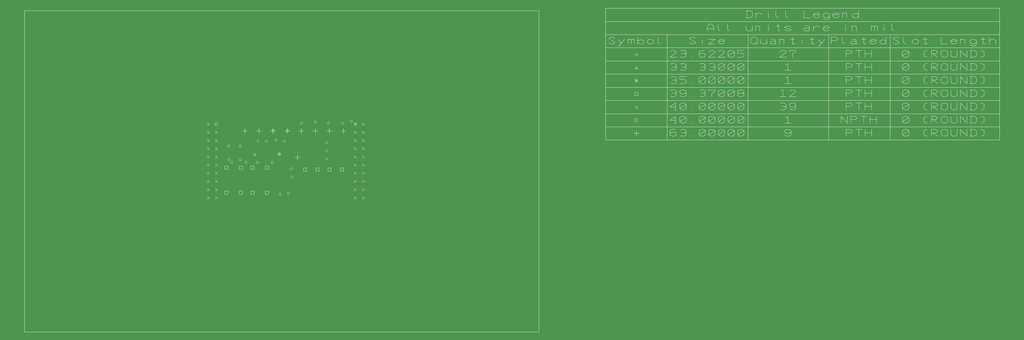
<source format=gbr>
G04 Generated by Ultiboard 13.0 *
%IPNEG*%
%FSLAX25Y25*%
%MOIN*%

%ADD10C,0.00001*%
%ADD11C,0.00394*%
%ADD12C,0.00039*%
%ADD13C,0.00004*%


G04 ColorRGB 000000 for the following layer *
%LNDrill Symbols-Copper Top-Copper Bottom*%
%LPD*%
G54D11*
X338772Y243138D02*
X338772Y249438D01*
X335622Y246288D02*
X341922Y246288D01*
X356009Y243138D02*
X356009Y249438D01*
X352859Y246288D02*
X359159Y246288D01*
X373246Y243138D02*
X373246Y249438D01*
X370096Y246288D02*
X376396Y246288D01*
X390483Y243138D02*
X390483Y249438D01*
X387333Y246288D02*
X393633Y246288D01*
X233586Y245914D02*
X236414Y243086D01*
X233586Y243086D02*
X236414Y245914D01*
X233586Y235914D02*
X236414Y233086D01*
X233586Y233086D02*
X236414Y235914D01*
X233586Y225914D02*
X236414Y223086D01*
X233586Y223086D02*
X236414Y225914D01*
X233586Y215914D02*
X236414Y213086D01*
X233586Y213086D02*
X236414Y215914D01*
X233586Y205914D02*
X236414Y203086D01*
X233586Y203086D02*
X236414Y205914D01*
X233586Y195914D02*
X236414Y193086D01*
X233586Y193086D02*
X236414Y195914D01*
X233586Y185914D02*
X236414Y183086D01*
X233586Y183086D02*
X236414Y185914D01*
X233586Y175914D02*
X236414Y173086D01*
X233586Y173086D02*
X236414Y175914D01*
X233586Y165914D02*
X236414Y163086D01*
X233586Y163086D02*
X236414Y165914D01*
X403586Y245914D02*
X406414Y243086D01*
X403586Y243086D02*
X406414Y245914D01*
X403586Y235914D02*
X406414Y233086D01*
X403586Y233086D02*
X406414Y235914D01*
X403586Y225914D02*
X406414Y223086D01*
X403586Y223086D02*
X406414Y225914D01*
X403586Y215914D02*
X406414Y213086D01*
X403586Y213086D02*
X406414Y215914D01*
X403586Y205914D02*
X406414Y203086D01*
X403586Y203086D02*
X406414Y205914D01*
X403586Y195914D02*
X406414Y193086D01*
X403586Y193086D02*
X406414Y195914D01*
X403586Y185914D02*
X406414Y183086D01*
X403586Y183086D02*
X406414Y185914D01*
X403586Y175914D02*
X406414Y173086D01*
X403586Y173086D02*
X406414Y175914D01*
X403586Y165914D02*
X406414Y163086D01*
X403586Y163086D02*
X406414Y165914D01*
X403586Y255914D02*
X406414Y253086D01*
X403586Y253086D02*
X406414Y255914D01*
X223586Y245914D02*
X226414Y243086D01*
X223586Y243086D02*
X226414Y245914D01*
X223586Y235914D02*
X226414Y233086D01*
X223586Y233086D02*
X226414Y235914D01*
X223586Y165914D02*
X226414Y163086D01*
X223586Y163086D02*
X226414Y165914D01*
X223586Y175914D02*
X226414Y173086D01*
X223586Y173086D02*
X226414Y175914D01*
X223586Y185914D02*
X226414Y183086D01*
X223586Y183086D02*
X226414Y185914D01*
X223586Y195914D02*
X226414Y193086D01*
X223586Y193086D02*
X226414Y195914D01*
X223586Y205914D02*
X226414Y203086D01*
X223586Y203086D02*
X226414Y205914D01*
X223586Y215914D02*
X226414Y213086D01*
X223586Y213086D02*
X226414Y215914D01*
X223586Y225914D02*
X226414Y223086D01*
X223586Y223086D02*
X226414Y225914D01*
X413586Y255914D02*
X416414Y253086D01*
X413586Y253086D02*
X416414Y255914D01*
X413586Y245914D02*
X416414Y243086D01*
X413586Y243086D02*
X416414Y245914D01*
X413586Y235914D02*
X416414Y233086D01*
X413586Y233086D02*
X416414Y235914D01*
X413586Y225914D02*
X416414Y223086D01*
X413586Y223086D02*
X416414Y225914D01*
X413586Y215914D02*
X416414Y213086D01*
X413586Y213086D02*
X416414Y215914D01*
X413586Y205914D02*
X416414Y203086D01*
X413586Y203086D02*
X416414Y205914D01*
X413586Y195914D02*
X416414Y193086D01*
X413586Y193086D02*
X416414Y195914D01*
X413586Y185914D02*
X416414Y183086D01*
X413586Y183086D02*
X416414Y185914D01*
X413586Y175914D02*
X416414Y173086D01*
X413586Y173086D02*
X416414Y175914D01*
X413586Y165914D02*
X416414Y163086D01*
X413586Y163086D02*
X416414Y165914D01*
X223586Y255914D02*
X226414Y253086D01*
X223586Y253086D02*
X226414Y255914D01*
X233000Y254500D02*
G75*
D01*
G02X233000Y254500I2000J0*
G01*
X269824Y243138D02*
X269824Y249438D01*
X266674Y246288D02*
X272974Y246288D01*
X245173Y168677D02*
X249110Y168677D01*
X249110Y172614D01*
X245173Y172614D01*
X245173Y168677D01*
X262890Y168677D02*
X266827Y168677D01*
X266827Y172614D01*
X262890Y172614D01*
X262890Y168677D01*
X245173Y199386D02*
X249110Y199386D01*
X249110Y203323D01*
X245173Y203323D01*
X245173Y199386D01*
X262890Y199386D02*
X266827Y199386D01*
X266827Y203323D01*
X262890Y203323D01*
X262890Y199386D01*
X294890Y199386D02*
X298827Y199386D01*
X298827Y203323D01*
X294890Y203323D01*
X294890Y199386D01*
X277173Y199386D02*
X281110Y199386D01*
X281110Y203323D01*
X277173Y203323D01*
X277173Y199386D01*
X294890Y168677D02*
X298827Y168677D01*
X298827Y172614D01*
X294890Y172614D01*
X294890Y168677D01*
X277173Y168677D02*
X281110Y168677D01*
X281110Y172614D01*
X277173Y172614D01*
X277173Y168677D01*
X386531Y196992D02*
X390469Y196992D01*
X390469Y200929D01*
X386531Y200929D01*
X386531Y196992D01*
X371531Y196992D02*
X375469Y196992D01*
X375469Y200929D01*
X371531Y200929D01*
X371531Y196992D01*
X356531Y196992D02*
X360469Y196992D01*
X360469Y200929D01*
X356531Y200929D01*
X356531Y196992D01*
X341531Y196992D02*
X345469Y196992D01*
X345469Y200929D01*
X341531Y200929D01*
X341531Y196992D01*
X287061Y243138D02*
X287061Y249438D01*
X283911Y246288D02*
X290211Y246288D01*
X321535Y243138D02*
X321535Y249438D01*
X318385Y246288D02*
X324685Y246288D01*
X304298Y243138D02*
X304298Y249438D01*
X301148Y246288D02*
X307448Y246288D01*
X334000Y210850D02*
X334000Y217150D01*
X330850Y214000D02*
X337150Y214000D01*
X749228Y240173D02*
X749228Y246473D01*
X746078Y243323D02*
X752378Y243323D01*
X796866Y248385D02*
X792929Y248385D01*
X790304Y246697D01*
X790304Y243323D01*
X790304Y241636D01*
X792929Y239948D01*
X795554Y239948D01*
X798178Y241636D01*
X798178Y243323D01*
X795554Y245010D01*
X792929Y245010D01*
X790304Y243323D01*
X803428Y247541D02*
X804740Y248385D01*
X807365Y248385D01*
X809990Y246697D01*
X809990Y245010D01*
X808677Y244166D01*
X809990Y243323D01*
X809990Y241636D01*
X807365Y239948D01*
X804740Y239948D01*
X803428Y240792D01*
X804740Y244166D02*
X808677Y244166D01*
X817864Y239948D02*
X817864Y240792D01*
X825738Y246697D02*
X828362Y248385D01*
X830987Y248385D01*
X833612Y246697D01*
X833612Y241636D01*
X830987Y239948D01*
X828362Y239948D01*
X825738Y241636D01*
X825738Y246697D01*
X833612Y246697D02*
X825738Y241636D01*
X837549Y246697D02*
X840173Y248385D01*
X842798Y248385D01*
X845423Y246697D01*
X845423Y241636D01*
X842798Y239948D01*
X840173Y239948D01*
X837549Y241636D01*
X837549Y246697D01*
X845423Y246697D02*
X837549Y241636D01*
X849360Y246697D02*
X851984Y248385D01*
X854609Y248385D01*
X857234Y246697D01*
X857234Y241636D01*
X854609Y239948D01*
X851984Y239948D01*
X849360Y241636D01*
X849360Y246697D01*
X857234Y246697D02*
X849360Y241636D01*
X861171Y246697D02*
X863795Y248385D01*
X866420Y248385D01*
X869045Y246697D01*
X869045Y241636D01*
X866420Y239948D01*
X863795Y239948D01*
X861171Y241636D01*
X861171Y246697D01*
X869045Y246697D02*
X861171Y241636D01*
X872982Y246697D02*
X875606Y248385D01*
X878231Y248385D01*
X880856Y246697D01*
X880856Y241636D01*
X878231Y239948D01*
X875606Y239948D01*
X872982Y241636D01*
X872982Y246697D01*
X880856Y246697D02*
X872982Y241636D01*
X930462Y241636D02*
X933087Y239948D01*
X935711Y239948D01*
X938336Y241636D01*
X938336Y245010D01*
X938336Y246697D01*
X935711Y248385D01*
X933087Y248385D01*
X930462Y246697D01*
X930462Y245010D01*
X933087Y243323D01*
X935711Y243323D01*
X938336Y245010D01*
X1005659Y239948D02*
X1005659Y248385D01*
X1010908Y248385D01*
X1013533Y246697D01*
X1013533Y245854D01*
X1010908Y244166D01*
X1005659Y244166D01*
X1021407Y239948D02*
X1021407Y248385D01*
X1017470Y248385D02*
X1025344Y248385D01*
X1029281Y239948D02*
X1029281Y248385D01*
X1037155Y239948D02*
X1037155Y248385D01*
X1029281Y244166D02*
X1037155Y244166D01*
X1074950Y246697D02*
X1077575Y248385D01*
X1080199Y248385D01*
X1082824Y246697D01*
X1082824Y241636D01*
X1080199Y239948D01*
X1077575Y239948D01*
X1074950Y241636D01*
X1074950Y246697D01*
X1082824Y246697D02*
X1074950Y241636D01*
X1105134Y239948D02*
X1103822Y239948D01*
X1101197Y241636D01*
X1101197Y246697D01*
X1103822Y248385D01*
X1105134Y248385D01*
X1110383Y239948D02*
X1110383Y248385D01*
X1115633Y248385D01*
X1118257Y246697D01*
X1118257Y245854D01*
X1115633Y244166D01*
X1110383Y244166D01*
X1111696Y244166D02*
X1118257Y239948D01*
X1122194Y241636D02*
X1124819Y239948D01*
X1127444Y239948D01*
X1130068Y241636D01*
X1130068Y246697D01*
X1127444Y248385D01*
X1124819Y248385D01*
X1122194Y246697D01*
X1122194Y241636D01*
X1134005Y248385D02*
X1134005Y241636D01*
X1136630Y239948D01*
X1139255Y239948D01*
X1141879Y241636D01*
X1141879Y248385D01*
X1145816Y239948D02*
X1145816Y248385D01*
X1153690Y239948D01*
X1153690Y248385D01*
X1157627Y239948D02*
X1162877Y239948D01*
X1165501Y241636D01*
X1165501Y246697D01*
X1162877Y248385D01*
X1157627Y248385D01*
X1158940Y248385D02*
X1158940Y239948D01*
X1170751Y248385D02*
X1172063Y248385D01*
X1174688Y246697D01*
X1174688Y241636D01*
X1172063Y239948D01*
X1170751Y239948D01*
X747228Y259465D02*
G75*
D01*
G02X747228Y259465I2000J0*
G01*
X798178Y259465D02*
X790304Y259465D01*
X796866Y264526D01*
X796866Y256090D01*
X795554Y256090D02*
X798178Y256090D01*
X802115Y262839D02*
X804740Y264526D01*
X807365Y264526D01*
X809990Y262839D01*
X809990Y257777D01*
X807365Y256090D01*
X804740Y256090D01*
X802115Y257777D01*
X802115Y262839D01*
X809990Y262839D02*
X802115Y257777D01*
X817864Y256090D02*
X817864Y256934D01*
X825738Y262839D02*
X828362Y264526D01*
X830987Y264526D01*
X833612Y262839D01*
X833612Y257777D01*
X830987Y256090D01*
X828362Y256090D01*
X825738Y257777D01*
X825738Y262839D01*
X833612Y262839D02*
X825738Y257777D01*
X837549Y262839D02*
X840173Y264526D01*
X842798Y264526D01*
X845423Y262839D01*
X845423Y257777D01*
X842798Y256090D01*
X840173Y256090D01*
X837549Y257777D01*
X837549Y262839D01*
X845423Y262839D02*
X837549Y257777D01*
X849360Y262839D02*
X851984Y264526D01*
X854609Y264526D01*
X857234Y262839D01*
X857234Y257777D01*
X854609Y256090D01*
X851984Y256090D01*
X849360Y257777D01*
X849360Y262839D01*
X857234Y262839D02*
X849360Y257777D01*
X861171Y262839D02*
X863795Y264526D01*
X866420Y264526D01*
X869045Y262839D01*
X869045Y257777D01*
X866420Y256090D01*
X863795Y256090D01*
X861171Y257777D01*
X861171Y262839D01*
X869045Y262839D02*
X861171Y257777D01*
X872982Y262839D02*
X875606Y264526D01*
X878231Y264526D01*
X880856Y262839D01*
X880856Y257777D01*
X878231Y256090D01*
X875606Y256090D01*
X872982Y257777D01*
X872982Y262839D01*
X880856Y262839D02*
X872982Y257777D01*
X931774Y262839D02*
X934399Y264526D01*
X934399Y256090D01*
X930462Y256090D02*
X938336Y256090D01*
X999753Y256090D02*
X999753Y264526D01*
X1007627Y256090D01*
X1007627Y264526D01*
X1011564Y256090D02*
X1011564Y264526D01*
X1016814Y264526D01*
X1019438Y262839D01*
X1019438Y261996D01*
X1016814Y260308D01*
X1011564Y260308D01*
X1027312Y256090D02*
X1027312Y264526D01*
X1023375Y264526D02*
X1031249Y264526D01*
X1035186Y256090D02*
X1035186Y264526D01*
X1043060Y256090D02*
X1043060Y264526D01*
X1035186Y260308D02*
X1043060Y260308D01*
X1074950Y262839D02*
X1077575Y264526D01*
X1080199Y264526D01*
X1082824Y262839D01*
X1082824Y257777D01*
X1080199Y256090D01*
X1077575Y256090D01*
X1074950Y257777D01*
X1074950Y262839D01*
X1082824Y262839D02*
X1074950Y257777D01*
X1105134Y256090D02*
X1103822Y256090D01*
X1101197Y257777D01*
X1101197Y262839D01*
X1103822Y264526D01*
X1105134Y264526D01*
X1110383Y256090D02*
X1110383Y264526D01*
X1115633Y264526D01*
X1118257Y262839D01*
X1118257Y261996D01*
X1115633Y260308D01*
X1110383Y260308D01*
X1111696Y260308D02*
X1118257Y256090D01*
X1122194Y257777D02*
X1124819Y256090D01*
X1127444Y256090D01*
X1130068Y257777D01*
X1130068Y262839D01*
X1127444Y264526D01*
X1124819Y264526D01*
X1122194Y262839D01*
X1122194Y257777D01*
X1134005Y264526D02*
X1134005Y257777D01*
X1136630Y256090D01*
X1139255Y256090D01*
X1141879Y257777D01*
X1141879Y264526D01*
X1145816Y256090D02*
X1145816Y264526D01*
X1153690Y256090D01*
X1153690Y264526D01*
X1157627Y256090D02*
X1162877Y256090D01*
X1165501Y257777D01*
X1165501Y262839D01*
X1162877Y264526D01*
X1157627Y264526D01*
X1158940Y264526D02*
X1158940Y256090D01*
X1170751Y264526D02*
X1172063Y264526D01*
X1174688Y262839D01*
X1174688Y257777D01*
X1172063Y256090D01*
X1170751Y256090D01*
X747814Y277021D02*
X750643Y274192D01*
X747814Y274192D02*
X750643Y277021D01*
X798178Y275606D02*
X790304Y275606D01*
X796866Y280668D01*
X796866Y272232D01*
X795554Y272232D02*
X798178Y272232D01*
X802115Y278981D02*
X804740Y280668D01*
X807365Y280668D01*
X809990Y278981D01*
X809990Y273919D01*
X807365Y272232D01*
X804740Y272232D01*
X802115Y273919D01*
X802115Y278981D01*
X809990Y278981D02*
X802115Y273919D01*
X817864Y272232D02*
X817864Y273075D01*
X825738Y278981D02*
X828362Y280668D01*
X830987Y280668D01*
X833612Y278981D01*
X833612Y273919D01*
X830987Y272232D01*
X828362Y272232D01*
X825738Y273919D01*
X825738Y278981D01*
X833612Y278981D02*
X825738Y273919D01*
X837549Y278981D02*
X840173Y280668D01*
X842798Y280668D01*
X845423Y278981D01*
X845423Y273919D01*
X842798Y272232D01*
X840173Y272232D01*
X837549Y273919D01*
X837549Y278981D01*
X845423Y278981D02*
X837549Y273919D01*
X849360Y278981D02*
X851984Y280668D01*
X854609Y280668D01*
X857234Y278981D01*
X857234Y273919D01*
X854609Y272232D01*
X851984Y272232D01*
X849360Y273919D01*
X849360Y278981D01*
X857234Y278981D02*
X849360Y273919D01*
X861171Y278981D02*
X863795Y280668D01*
X866420Y280668D01*
X869045Y278981D01*
X869045Y273919D01*
X866420Y272232D01*
X863795Y272232D01*
X861171Y273919D01*
X861171Y278981D01*
X869045Y278981D02*
X861171Y273919D01*
X872982Y278981D02*
X875606Y280668D01*
X878231Y280668D01*
X880856Y278981D01*
X880856Y273919D01*
X878231Y272232D01*
X875606Y272232D01*
X872982Y273919D01*
X872982Y278981D01*
X880856Y278981D02*
X872982Y273919D01*
X925869Y279825D02*
X927181Y280668D01*
X929806Y280668D01*
X932430Y278981D01*
X932430Y277294D01*
X931118Y276450D01*
X932430Y275606D01*
X932430Y273919D01*
X929806Y272232D01*
X927181Y272232D01*
X925869Y273075D01*
X927181Y276450D02*
X931118Y276450D01*
X936367Y273919D02*
X938992Y272232D01*
X941617Y272232D01*
X944241Y273919D01*
X944241Y277294D01*
X944241Y278981D01*
X941617Y280668D01*
X938992Y280668D01*
X936367Y278981D01*
X936367Y277294D01*
X938992Y275606D01*
X941617Y275606D01*
X944241Y277294D01*
X1005659Y272232D02*
X1005659Y280668D01*
X1010908Y280668D01*
X1013533Y278981D01*
X1013533Y278137D01*
X1010908Y276450D01*
X1005659Y276450D01*
X1021407Y272232D02*
X1021407Y280668D01*
X1017470Y280668D02*
X1025344Y280668D01*
X1029281Y272232D02*
X1029281Y280668D01*
X1037155Y272232D02*
X1037155Y280668D01*
X1029281Y276450D02*
X1037155Y276450D01*
X1074950Y278981D02*
X1077575Y280668D01*
X1080199Y280668D01*
X1082824Y278981D01*
X1082824Y273919D01*
X1080199Y272232D01*
X1077575Y272232D01*
X1074950Y273919D01*
X1074950Y278981D01*
X1082824Y278981D02*
X1074950Y273919D01*
X1105134Y272232D02*
X1103822Y272232D01*
X1101197Y273919D01*
X1101197Y278981D01*
X1103822Y280668D01*
X1105134Y280668D01*
X1110383Y272232D02*
X1110383Y280668D01*
X1115633Y280668D01*
X1118257Y278981D01*
X1118257Y278137D01*
X1115633Y276450D01*
X1110383Y276450D01*
X1111696Y276450D02*
X1118257Y272232D01*
X1122194Y273919D02*
X1124819Y272232D01*
X1127444Y272232D01*
X1130068Y273919D01*
X1130068Y278981D01*
X1127444Y280668D01*
X1124819Y280668D01*
X1122194Y278981D01*
X1122194Y273919D01*
X1134005Y280668D02*
X1134005Y273919D01*
X1136630Y272232D01*
X1139255Y272232D01*
X1141879Y273919D01*
X1141879Y280668D01*
X1145816Y272232D02*
X1145816Y280668D01*
X1153690Y272232D01*
X1153690Y280668D01*
X1157627Y272232D02*
X1162877Y272232D01*
X1165501Y273919D01*
X1165501Y278981D01*
X1162877Y280668D01*
X1157627Y280668D01*
X1158940Y280668D02*
X1158940Y272232D01*
X1170751Y280668D02*
X1172063Y280668D01*
X1174688Y278981D01*
X1174688Y273919D01*
X1172063Y272232D01*
X1170751Y272232D01*
X747260Y289780D02*
X751197Y289780D01*
X751197Y293717D01*
X747260Y293717D01*
X747260Y289780D01*
X791617Y295966D02*
X792929Y296810D01*
X795554Y296810D01*
X798178Y295123D01*
X798178Y293435D01*
X796866Y292592D01*
X798178Y291748D01*
X798178Y290061D01*
X795554Y288373D01*
X792929Y288373D01*
X791617Y289217D01*
X792929Y292592D02*
X796866Y292592D01*
X802115Y290061D02*
X804740Y288373D01*
X807365Y288373D01*
X809990Y290061D01*
X809990Y293435D01*
X809990Y295123D01*
X807365Y296810D01*
X804740Y296810D01*
X802115Y295123D01*
X802115Y293435D01*
X804740Y291748D01*
X807365Y291748D01*
X809990Y293435D01*
X817864Y288373D02*
X817864Y289217D01*
X827050Y295966D02*
X828362Y296810D01*
X830987Y296810D01*
X833612Y295123D01*
X833612Y293435D01*
X832299Y292592D01*
X833612Y291748D01*
X833612Y290061D01*
X830987Y288373D01*
X828362Y288373D01*
X827050Y289217D01*
X828362Y292592D02*
X832299Y292592D01*
X841486Y288373D02*
X841486Y292592D01*
X845423Y295123D01*
X845423Y296810D01*
X837549Y296810D01*
X837549Y295123D01*
X849360Y295123D02*
X851984Y296810D01*
X854609Y296810D01*
X857234Y295123D01*
X857234Y290061D01*
X854609Y288373D01*
X851984Y288373D01*
X849360Y290061D01*
X849360Y295123D01*
X857234Y295123D02*
X849360Y290061D01*
X861171Y295123D02*
X863795Y296810D01*
X866420Y296810D01*
X869045Y295123D01*
X869045Y290061D01*
X866420Y288373D01*
X863795Y288373D01*
X861171Y290061D01*
X861171Y295123D01*
X869045Y295123D02*
X861171Y290061D01*
X878231Y288373D02*
X875606Y288373D01*
X872982Y290061D01*
X872982Y291748D01*
X874294Y292592D01*
X872982Y293435D01*
X872982Y295123D01*
X875606Y296810D01*
X878231Y296810D01*
X880856Y295123D01*
X880856Y293435D01*
X879543Y292592D01*
X880856Y291748D01*
X880856Y290061D01*
X878231Y288373D01*
X874294Y292592D02*
X879543Y292592D01*
X925869Y295123D02*
X928493Y296810D01*
X928493Y288373D01*
X924556Y288373D02*
X932430Y288373D01*
X936367Y295123D02*
X938992Y296810D01*
X941617Y296810D01*
X944241Y295123D01*
X944241Y294279D01*
X936367Y288373D01*
X944241Y288373D01*
X944241Y289217D01*
X1005659Y288373D02*
X1005659Y296810D01*
X1010908Y296810D01*
X1013533Y295123D01*
X1013533Y294279D01*
X1010908Y292592D01*
X1005659Y292592D01*
X1021407Y288373D02*
X1021407Y296810D01*
X1017470Y296810D02*
X1025344Y296810D01*
X1029281Y288373D02*
X1029281Y296810D01*
X1037155Y288373D02*
X1037155Y296810D01*
X1029281Y292592D02*
X1037155Y292592D01*
X1074950Y295123D02*
X1077575Y296810D01*
X1080199Y296810D01*
X1082824Y295123D01*
X1082824Y290061D01*
X1080199Y288373D01*
X1077575Y288373D01*
X1074950Y290061D01*
X1074950Y295123D01*
X1082824Y295123D02*
X1074950Y290061D01*
X1105134Y288373D02*
X1103822Y288373D01*
X1101197Y290061D01*
X1101197Y295123D01*
X1103822Y296810D01*
X1105134Y296810D01*
X1110383Y288373D02*
X1110383Y296810D01*
X1115633Y296810D01*
X1118257Y295123D01*
X1118257Y294279D01*
X1115633Y292592D01*
X1110383Y292592D01*
X1111696Y292592D02*
X1118257Y288373D01*
X1122194Y290061D02*
X1124819Y288373D01*
X1127444Y288373D01*
X1130068Y290061D01*
X1130068Y295123D01*
X1127444Y296810D01*
X1124819Y296810D01*
X1122194Y295123D01*
X1122194Y290061D01*
X1134005Y296810D02*
X1134005Y290061D01*
X1136630Y288373D01*
X1139255Y288373D01*
X1141879Y290061D01*
X1141879Y296810D01*
X1145816Y288373D02*
X1145816Y296810D01*
X1153690Y288373D01*
X1153690Y296810D01*
X1157627Y288373D02*
X1162877Y288373D01*
X1165501Y290061D01*
X1165501Y295123D01*
X1162877Y296810D01*
X1157627Y296810D01*
X1158940Y296810D02*
X1158940Y288373D01*
X1170751Y296810D02*
X1172063Y296810D01*
X1174688Y295123D01*
X1174688Y290061D01*
X1172063Y288373D01*
X1170751Y288373D01*
X791617Y312108D02*
X792929Y312952D01*
X795554Y312952D01*
X798178Y311264D01*
X798178Y309577D01*
X796866Y308733D01*
X798178Y307890D01*
X798178Y306202D01*
X795554Y304515D01*
X792929Y304515D01*
X791617Y305359D01*
X792929Y308733D02*
X796866Y308733D01*
X809990Y312952D02*
X802115Y312952D01*
X802115Y309577D01*
X807365Y309577D01*
X809990Y307890D01*
X809990Y306202D01*
X807365Y304515D01*
X802115Y304515D01*
X817864Y304515D02*
X817864Y305359D01*
X825738Y311264D02*
X828362Y312952D01*
X830987Y312952D01*
X833612Y311264D01*
X833612Y306202D01*
X830987Y304515D01*
X828362Y304515D01*
X825738Y306202D01*
X825738Y311264D01*
X833612Y311264D02*
X825738Y306202D01*
X837549Y311264D02*
X840173Y312952D01*
X842798Y312952D01*
X845423Y311264D01*
X845423Y306202D01*
X842798Y304515D01*
X840173Y304515D01*
X837549Y306202D01*
X837549Y311264D01*
X845423Y311264D02*
X837549Y306202D01*
X849360Y311264D02*
X851984Y312952D01*
X854609Y312952D01*
X857234Y311264D01*
X857234Y306202D01*
X854609Y304515D01*
X851984Y304515D01*
X849360Y306202D01*
X849360Y311264D01*
X857234Y311264D02*
X849360Y306202D01*
X861171Y311264D02*
X863795Y312952D01*
X866420Y312952D01*
X869045Y311264D01*
X869045Y306202D01*
X866420Y304515D01*
X863795Y304515D01*
X861171Y306202D01*
X861171Y311264D01*
X869045Y311264D02*
X861171Y306202D01*
X872982Y311264D02*
X875606Y312952D01*
X878231Y312952D01*
X880856Y311264D01*
X880856Y306202D01*
X878231Y304515D01*
X875606Y304515D01*
X872982Y306202D01*
X872982Y311264D01*
X880856Y311264D02*
X872982Y306202D01*
X931774Y311264D02*
X934399Y312952D01*
X934399Y304515D01*
X930462Y304515D02*
X938336Y304515D01*
X1005659Y304515D02*
X1005659Y312952D01*
X1010908Y312952D01*
X1013533Y311264D01*
X1013533Y310421D01*
X1010908Y308733D01*
X1005659Y308733D01*
X1021407Y304515D02*
X1021407Y312952D01*
X1017470Y312952D02*
X1025344Y312952D01*
X1029281Y304515D02*
X1029281Y312952D01*
X1037155Y304515D02*
X1037155Y312952D01*
X1029281Y308733D02*
X1037155Y308733D01*
X1074950Y311264D02*
X1077575Y312952D01*
X1080199Y312952D01*
X1082824Y311264D01*
X1082824Y306202D01*
X1080199Y304515D01*
X1077575Y304515D01*
X1074950Y306202D01*
X1074950Y311264D01*
X1082824Y311264D02*
X1074950Y306202D01*
X1105134Y304515D02*
X1103822Y304515D01*
X1101197Y306202D01*
X1101197Y311264D01*
X1103822Y312952D01*
X1105134Y312952D01*
X1110383Y304515D02*
X1110383Y312952D01*
X1115633Y312952D01*
X1118257Y311264D01*
X1118257Y310421D01*
X1115633Y308733D01*
X1110383Y308733D01*
X1111696Y308733D02*
X1118257Y304515D01*
X1122194Y306202D02*
X1124819Y304515D01*
X1127444Y304515D01*
X1130068Y306202D01*
X1130068Y311264D01*
X1127444Y312952D01*
X1124819Y312952D01*
X1122194Y311264D01*
X1122194Y306202D01*
X1134005Y312952D02*
X1134005Y306202D01*
X1136630Y304515D01*
X1139255Y304515D01*
X1141879Y306202D01*
X1141879Y312952D01*
X1145816Y304515D02*
X1145816Y312952D01*
X1153690Y304515D01*
X1153690Y312952D01*
X1157627Y304515D02*
X1162877Y304515D01*
X1165501Y306202D01*
X1165501Y311264D01*
X1162877Y312952D01*
X1157627Y312952D01*
X1158940Y312952D02*
X1158940Y304515D01*
X1170751Y312952D02*
X1172063Y312952D01*
X1174688Y311264D01*
X1174688Y306202D01*
X1172063Y304515D01*
X1170751Y304515D01*
X791617Y328250D02*
X792929Y329093D01*
X795554Y329093D01*
X798178Y327406D01*
X798178Y325719D01*
X796866Y324875D01*
X798178Y324031D01*
X798178Y322344D01*
X795554Y320657D01*
X792929Y320657D01*
X791617Y321501D01*
X792929Y324875D02*
X796866Y324875D01*
X803428Y328250D02*
X804740Y329093D01*
X807365Y329093D01*
X809990Y327406D01*
X809990Y325719D01*
X808677Y324875D01*
X809990Y324031D01*
X809990Y322344D01*
X807365Y320657D01*
X804740Y320657D01*
X803428Y321501D01*
X804740Y324875D02*
X808677Y324875D01*
X817864Y320657D02*
X817864Y321501D01*
X827050Y328250D02*
X828362Y329093D01*
X830987Y329093D01*
X833612Y327406D01*
X833612Y325719D01*
X832299Y324875D01*
X833612Y324031D01*
X833612Y322344D01*
X830987Y320657D01*
X828362Y320657D01*
X827050Y321501D01*
X828362Y324875D02*
X832299Y324875D01*
X838861Y328250D02*
X840173Y329093D01*
X842798Y329093D01*
X845423Y327406D01*
X845423Y325719D01*
X844110Y324875D01*
X845423Y324031D01*
X845423Y322344D01*
X842798Y320657D01*
X840173Y320657D01*
X838861Y321501D01*
X840173Y324875D02*
X844110Y324875D01*
X849360Y327406D02*
X851984Y329093D01*
X854609Y329093D01*
X857234Y327406D01*
X857234Y322344D01*
X854609Y320657D01*
X851984Y320657D01*
X849360Y322344D01*
X849360Y327406D01*
X857234Y327406D02*
X849360Y322344D01*
X861171Y327406D02*
X863795Y329093D01*
X866420Y329093D01*
X869045Y327406D01*
X869045Y322344D01*
X866420Y320657D01*
X863795Y320657D01*
X861171Y322344D01*
X861171Y327406D01*
X869045Y327406D02*
X861171Y322344D01*
X872982Y327406D02*
X875606Y329093D01*
X878231Y329093D01*
X880856Y327406D01*
X880856Y322344D01*
X878231Y320657D01*
X875606Y320657D01*
X872982Y322344D01*
X872982Y327406D01*
X880856Y327406D02*
X872982Y322344D01*
X931774Y327406D02*
X934399Y329093D01*
X934399Y320657D01*
X930462Y320657D02*
X938336Y320657D01*
X1005659Y320657D02*
X1005659Y329093D01*
X1010908Y329093D01*
X1013533Y327406D01*
X1013533Y326562D01*
X1010908Y324875D01*
X1005659Y324875D01*
X1021407Y320657D02*
X1021407Y329093D01*
X1017470Y329093D02*
X1025344Y329093D01*
X1029281Y320657D02*
X1029281Y329093D01*
X1037155Y320657D02*
X1037155Y329093D01*
X1029281Y324875D02*
X1037155Y324875D01*
X1074950Y327406D02*
X1077575Y329093D01*
X1080199Y329093D01*
X1082824Y327406D01*
X1082824Y322344D01*
X1080199Y320657D01*
X1077575Y320657D01*
X1074950Y322344D01*
X1074950Y327406D01*
X1082824Y327406D02*
X1074950Y322344D01*
X1105134Y320657D02*
X1103822Y320657D01*
X1101197Y322344D01*
X1101197Y327406D01*
X1103822Y329093D01*
X1105134Y329093D01*
X1110383Y320657D02*
X1110383Y329093D01*
X1115633Y329093D01*
X1118257Y327406D01*
X1118257Y326562D01*
X1115633Y324875D01*
X1110383Y324875D01*
X1111696Y324875D02*
X1118257Y320657D01*
X1122194Y322344D02*
X1124819Y320657D01*
X1127444Y320657D01*
X1130068Y322344D01*
X1130068Y327406D01*
X1127444Y329093D01*
X1124819Y329093D01*
X1122194Y327406D01*
X1122194Y322344D01*
X1134005Y329093D02*
X1134005Y322344D01*
X1136630Y320657D01*
X1139255Y320657D01*
X1141879Y322344D01*
X1141879Y329093D01*
X1145816Y320657D02*
X1145816Y329093D01*
X1153690Y320657D01*
X1153690Y329093D01*
X1157627Y320657D02*
X1162877Y320657D01*
X1165501Y322344D01*
X1165501Y327406D01*
X1162877Y329093D01*
X1157627Y329093D01*
X1158940Y329093D02*
X1158940Y320657D01*
X1170751Y329093D02*
X1172063Y329093D01*
X1174688Y327406D01*
X1174688Y322344D01*
X1172063Y320657D01*
X1170751Y320657D01*
X790304Y343548D02*
X792929Y345235D01*
X795554Y345235D01*
X798178Y343548D01*
X798178Y342704D01*
X790304Y336799D01*
X798178Y336799D01*
X798178Y337642D01*
X803428Y344391D02*
X804740Y345235D01*
X807365Y345235D01*
X809990Y343548D01*
X809990Y341861D01*
X808677Y341017D01*
X809990Y340173D01*
X809990Y338486D01*
X807365Y336799D01*
X804740Y336799D01*
X803428Y337642D01*
X804740Y341017D02*
X808677Y341017D01*
X817864Y336799D02*
X817864Y337642D01*
X832299Y345235D02*
X828362Y345235D01*
X825738Y343548D01*
X825738Y340173D01*
X825738Y338486D01*
X828362Y336799D01*
X830987Y336799D01*
X833612Y338486D01*
X833612Y340173D01*
X830987Y341861D01*
X828362Y341861D01*
X825738Y340173D01*
X837549Y343548D02*
X840173Y345235D01*
X842798Y345235D01*
X845423Y343548D01*
X845423Y342704D01*
X837549Y336799D01*
X845423Y336799D01*
X845423Y337642D01*
X849360Y343548D02*
X851984Y345235D01*
X854609Y345235D01*
X857234Y343548D01*
X857234Y342704D01*
X849360Y336799D01*
X857234Y336799D01*
X857234Y337642D01*
X861171Y343548D02*
X863795Y345235D01*
X866420Y345235D01*
X869045Y343548D01*
X869045Y338486D01*
X866420Y336799D01*
X863795Y336799D01*
X861171Y338486D01*
X861171Y343548D01*
X869045Y343548D02*
X861171Y338486D01*
X880856Y345235D02*
X872982Y345235D01*
X872982Y341861D01*
X878231Y341861D01*
X880856Y340173D01*
X880856Y338486D01*
X878231Y336799D01*
X872982Y336799D01*
X924556Y343548D02*
X927181Y345235D01*
X929806Y345235D01*
X932430Y343548D01*
X932430Y342704D01*
X924556Y336799D01*
X932430Y336799D01*
X932430Y337642D01*
X940304Y336799D02*
X940304Y341017D01*
X944241Y343548D01*
X944241Y345235D01*
X936367Y345235D01*
X936367Y343548D01*
X1005659Y336799D02*
X1005659Y345235D01*
X1010908Y345235D01*
X1013533Y343548D01*
X1013533Y342704D01*
X1010908Y341017D01*
X1005659Y341017D01*
X1021407Y336799D02*
X1021407Y345235D01*
X1017470Y345235D02*
X1025344Y345235D01*
X1029281Y336799D02*
X1029281Y345235D01*
X1037155Y336799D02*
X1037155Y345235D01*
X1029281Y341017D02*
X1037155Y341017D01*
X1074950Y343548D02*
X1077575Y345235D01*
X1080199Y345235D01*
X1082824Y343548D01*
X1082824Y338486D01*
X1080199Y336799D01*
X1077575Y336799D01*
X1074950Y338486D01*
X1074950Y343548D01*
X1082824Y343548D02*
X1074950Y338486D01*
X1105134Y336799D02*
X1103822Y336799D01*
X1101197Y338486D01*
X1101197Y343548D01*
X1103822Y345235D01*
X1105134Y345235D01*
X1110383Y336799D02*
X1110383Y345235D01*
X1115633Y345235D01*
X1118257Y343548D01*
X1118257Y342704D01*
X1115633Y341017D01*
X1110383Y341017D01*
X1111696Y341017D02*
X1118257Y336799D01*
X1122194Y338486D02*
X1124819Y336799D01*
X1127444Y336799D01*
X1130068Y338486D01*
X1130068Y343548D01*
X1127444Y345235D01*
X1124819Y345235D01*
X1122194Y343548D01*
X1122194Y338486D01*
X1134005Y345235D02*
X1134005Y338486D01*
X1136630Y336799D01*
X1139255Y336799D01*
X1141879Y338486D01*
X1141879Y345235D01*
X1145816Y336799D02*
X1145816Y345235D01*
X1153690Y336799D01*
X1153690Y345235D01*
X1157627Y336799D02*
X1162877Y336799D01*
X1165501Y338486D01*
X1165501Y343548D01*
X1162877Y345235D01*
X1157627Y345235D01*
X1158940Y345235D02*
X1158940Y336799D01*
X1170751Y345235D02*
X1172063Y345235D01*
X1174688Y343548D01*
X1174688Y338486D01*
X1172063Y336799D01*
X1170751Y336799D01*
G54D12*
X405000Y253330D02*
X406670Y255000D01*
X405000Y256670D01*
X403330Y255000D01*
X405000Y253330D01*
X400000Y256330D02*
X401670Y258000D01*
X400000Y259670D01*
X398330Y258000D01*
X400000Y256330D01*
X253787Y206330D02*
X255458Y208000D01*
X253787Y209670D01*
X252117Y208000D01*
X253787Y206330D01*
X271000Y206330D02*
X272670Y208000D01*
X271000Y209670D01*
X269330Y208000D01*
X271000Y206330D01*
X285000Y205936D02*
X286670Y207606D01*
X285000Y209277D01*
X283330Y207606D01*
X285000Y205936D01*
X303000Y206078D02*
X304670Y207748D01*
X303000Y209418D01*
X301330Y207748D01*
X303000Y206078D01*
X326782Y198330D02*
X328453Y200000D01*
X326782Y201670D01*
X325112Y200000D01*
X326782Y198330D01*
X327032Y188330D02*
X328703Y190000D01*
X327032Y191670D01*
X325362Y190000D01*
X327032Y188330D01*
X250000Y209723D02*
X251670Y211394D01*
X250000Y213064D01*
X248330Y211394D01*
X250000Y209723D01*
X264000Y209330D02*
X265670Y211000D01*
X264000Y212670D01*
X262330Y211000D01*
X264000Y209330D01*
X250000Y226235D02*
X251670Y227906D01*
X250000Y229576D01*
X248330Y227906D01*
X250000Y226235D01*
X285953Y232330D02*
X287623Y234000D01*
X285953Y235670D01*
X284282Y234000D01*
X285953Y232330D01*
X264000Y226235D02*
X265670Y227906D01*
X264000Y229576D01*
X262330Y227906D01*
X264000Y226235D01*
X318000Y232330D02*
X319670Y234000D01*
X318000Y235670D01*
X316330Y234000D01*
X318000Y232330D01*
X280334Y216333D02*
X283667Y216333D01*
X282000Y219178D01*
X280334Y216333D01*
X311319Y217500D02*
X311319Y218250D01*
X311708Y218750D01*
X312097Y218750D01*
X312486Y218250D01*
X312486Y217500D01*
X311319Y217875D02*
X312486Y217875D01*
X310250Y218000D02*
G75*
D01*
G02X310250Y218000I1750J0*
G01*
X322000Y245206D02*
X323670Y246876D01*
X322000Y248547D01*
X320330Y246876D01*
X322000Y245206D01*
X304000Y245330D02*
X305670Y247000D01*
X304000Y248670D01*
X302330Y247000D01*
X304000Y245330D01*
X296000Y232330D02*
X297670Y234000D01*
X296000Y235670D01*
X294330Y234000D01*
X296000Y232330D01*
X339000Y254330D02*
X340670Y256000D01*
X339000Y257670D01*
X337330Y256000D01*
X339000Y254330D01*
X356000Y255330D02*
X357670Y257000D01*
X356000Y258670D01*
X354330Y257000D01*
X356000Y255330D01*
X372000Y254330D02*
X373670Y256000D01*
X372000Y257670D01*
X370330Y256000D01*
X372000Y254330D01*
X389000Y254330D02*
X390670Y256000D01*
X389000Y257670D01*
X387330Y256000D01*
X389000Y254330D01*
X369961Y230330D02*
X371631Y232000D01*
X369961Y233670D01*
X368290Y232000D01*
X369961Y230330D01*
X369961Y220330D02*
X371631Y222000D01*
X369961Y223670D01*
X368290Y222000D01*
X369961Y220330D01*
X369961Y210330D02*
X371631Y212000D01*
X369961Y213670D01*
X368290Y212000D01*
X369961Y210330D01*
X308000Y233330D02*
X309670Y235000D01*
X308000Y236670D01*
X306330Y235000D01*
X308000Y233330D01*
X313000Y167330D02*
X314670Y169000D01*
X313000Y170670D01*
X311330Y169000D01*
X313000Y167330D01*
X323000Y168330D02*
X324670Y170000D01*
X323000Y171670D01*
X321330Y170000D01*
X323000Y168330D01*
X748548Y307390D02*
X748548Y308140D01*
X748937Y308640D01*
X749326Y308640D01*
X749714Y308140D01*
X749714Y307390D01*
X748548Y307765D02*
X749714Y307765D01*
X747478Y307890D02*
G75*
D01*
G02X747478Y307890I1750J0*
G01*
X747562Y322365D02*
X750895Y322365D01*
X749228Y325210D01*
X747562Y322365D01*
X749228Y338503D02*
X750899Y340173D01*
X749228Y341844D01*
X747558Y340173D01*
X749228Y338503D01*
G04 ColorRGB 00FFFF for the following layer *
%LNBoard Outline*%
%LPD*%
G54D10*
G54D13*
X0Y0D02*
X629921Y0D01*
X629921Y393701D01*
X0Y393701D01*
X0Y0D01*
G04 ColorRGB 66FFCC for the following layer *
%LNLegend Description*%
%LPD*%
G54D11*
X711630Y235252D02*
X1193913Y235252D01*
X1193913Y396669D01*
X711630Y396669D01*
X711630Y235252D01*
X786827Y364386D02*
X786827Y235252D01*
X885646Y364386D02*
X885646Y235252D01*
X984465Y364386D02*
X984465Y235252D01*
X1059661Y364386D02*
X1059661Y235252D01*
X1193913Y364386D02*
X1193913Y235252D01*
X711630Y251394D02*
X1193913Y251394D01*
X711630Y267535D02*
X1193913Y267535D01*
X711630Y283677D02*
X1193913Y283677D01*
X711630Y299819D02*
X1193913Y299819D01*
X711630Y315961D02*
X1193913Y315961D01*
X711630Y332102D02*
X1193913Y332102D01*
X715108Y354628D02*
X717732Y352940D01*
X720357Y352940D01*
X722982Y354628D01*
X715108Y359690D01*
X717732Y361377D01*
X720357Y361377D01*
X722982Y359690D01*
X726919Y350409D02*
X728231Y350409D01*
X734793Y358846D01*
X726919Y358846D02*
X730856Y353784D01*
X738730Y352940D02*
X738730Y358002D01*
X738730Y358846D01*
X738730Y358002D02*
X740042Y358846D01*
X741354Y358846D01*
X742667Y358002D01*
X743979Y358846D01*
X745291Y358846D01*
X746604Y358002D01*
X746604Y352940D01*
X742667Y358002D02*
X742667Y352940D01*
X750541Y354628D02*
X753165Y352940D01*
X755790Y352940D01*
X758415Y354628D01*
X758415Y356315D01*
X755790Y358002D01*
X753165Y358002D01*
X750541Y356315D01*
X750541Y361377D02*
X750541Y352940D01*
X762352Y354628D02*
X764976Y352940D01*
X767601Y352940D01*
X770226Y354628D01*
X770226Y357159D01*
X767601Y358846D01*
X764976Y358846D01*
X762352Y357159D01*
X762352Y354628D01*
X775475Y361377D02*
X775475Y354628D01*
X778100Y352940D01*
X711630Y348244D02*
X1193913Y348244D01*
X813927Y354628D02*
X816551Y352940D01*
X819176Y352940D01*
X821801Y354628D01*
X813927Y359690D01*
X816551Y361377D01*
X819176Y361377D01*
X821801Y359690D01*
X829675Y352940D02*
X829675Y358002D01*
X829675Y359690D02*
X829675Y360533D01*
X837549Y358846D02*
X845423Y358846D01*
X837549Y352940D01*
X845423Y352940D01*
X857234Y354628D02*
X854609Y352940D01*
X851984Y352940D01*
X849360Y354628D01*
X849360Y357159D01*
X851984Y358846D01*
X854609Y358846D01*
X857234Y357159D01*
X855921Y356315D01*
X849360Y356315D01*
X889123Y354628D02*
X891748Y352940D01*
X894373Y352940D01*
X896997Y354628D01*
X896997Y359690D01*
X894373Y361377D01*
X891748Y361377D01*
X889123Y359690D01*
X889123Y354628D01*
X894373Y354628D02*
X896997Y352940D01*
X900934Y358846D02*
X900934Y354628D01*
X903559Y352940D01*
X906184Y352940D01*
X908808Y354628D01*
X908808Y358846D01*
X908808Y354628D02*
X908808Y352940D01*
X914058Y358846D02*
X917995Y358846D01*
X919307Y358002D01*
X919307Y353784D01*
X917995Y352940D01*
X914058Y352940D01*
X912745Y353784D01*
X912745Y355471D01*
X914058Y356315D01*
X919307Y356315D01*
X919307Y353784D02*
X920619Y352940D01*
X924556Y352940D02*
X924556Y358002D01*
X924556Y358846D01*
X924556Y358002D02*
X925869Y358846D01*
X928493Y358846D01*
X929806Y358002D01*
X929806Y352940D01*
X942929Y353784D02*
X941617Y352940D01*
X940304Y353784D01*
X940304Y361377D01*
X937680Y358846D02*
X942929Y358846D01*
X952115Y352940D02*
X952115Y358002D01*
X952115Y359690D02*
X952115Y360533D01*
X966551Y353784D02*
X965239Y352940D01*
X963927Y353784D01*
X963927Y361377D01*
X961302Y358846D02*
X966551Y358846D01*
X971801Y350409D02*
X973113Y350409D01*
X979675Y358846D01*
X971801Y358846D02*
X975738Y353784D01*
X987942Y352940D02*
X987942Y361377D01*
X993192Y361377D01*
X995816Y359690D01*
X995816Y358846D01*
X993192Y357159D01*
X987942Y357159D01*
X1001066Y361377D02*
X1001066Y354628D01*
X1003690Y352940D01*
X1012877Y358846D02*
X1016814Y358846D01*
X1018126Y358002D01*
X1018126Y353784D01*
X1016814Y352940D01*
X1012877Y352940D01*
X1011564Y353784D01*
X1011564Y355471D01*
X1012877Y356315D01*
X1018126Y356315D01*
X1018126Y353784D02*
X1019438Y352940D01*
X1029937Y353784D02*
X1028625Y352940D01*
X1027312Y353784D01*
X1027312Y361377D01*
X1024688Y358846D02*
X1029937Y358846D01*
X1043060Y354628D02*
X1040436Y352940D01*
X1037811Y352940D01*
X1035186Y354628D01*
X1035186Y357159D01*
X1037811Y358846D01*
X1040436Y358846D01*
X1043060Y357159D01*
X1041748Y356315D01*
X1035186Y356315D01*
X1054871Y354628D02*
X1052247Y352940D01*
X1049622Y352940D01*
X1046997Y354628D01*
X1046997Y356315D01*
X1049622Y358002D01*
X1052247Y358002D01*
X1054871Y356315D01*
X1054871Y361377D02*
X1054871Y352940D01*
X1063139Y354628D02*
X1065764Y352940D01*
X1068388Y352940D01*
X1071013Y354628D01*
X1063139Y359690D01*
X1065764Y361377D01*
X1068388Y361377D01*
X1071013Y359690D01*
X1076262Y361377D02*
X1076262Y354628D01*
X1078887Y352940D01*
X1086761Y354628D02*
X1089386Y352940D01*
X1092010Y352940D01*
X1094635Y354628D01*
X1094635Y357159D01*
X1092010Y358846D01*
X1089386Y358846D01*
X1086761Y357159D01*
X1086761Y354628D01*
X1105134Y353784D02*
X1103822Y352940D01*
X1102509Y353784D01*
X1102509Y361377D01*
X1099885Y358846D02*
X1105134Y358846D01*
X1122194Y361377D02*
X1122194Y352940D01*
X1130068Y352940D01*
X1141879Y354628D02*
X1139255Y352940D01*
X1136630Y352940D01*
X1134005Y354628D01*
X1134005Y357159D01*
X1136630Y358846D01*
X1139255Y358846D01*
X1141879Y357159D01*
X1140567Y356315D01*
X1134005Y356315D01*
X1145816Y352940D02*
X1145816Y358002D01*
X1145816Y358846D01*
X1145816Y358002D02*
X1147129Y358846D01*
X1149753Y358846D01*
X1151066Y358002D01*
X1151066Y352940D01*
X1157627Y352097D02*
X1160252Y350409D01*
X1162877Y350409D01*
X1165501Y352097D01*
X1165501Y354628D01*
X1165501Y357159D01*
X1162877Y358846D01*
X1160252Y358846D01*
X1157627Y357159D01*
X1157627Y354628D01*
X1160252Y352940D01*
X1162877Y352940D01*
X1165501Y354628D01*
X1176000Y353784D02*
X1174688Y352940D01*
X1173375Y353784D01*
X1173375Y361377D01*
X1170751Y358846D02*
X1176000Y358846D01*
X1181249Y357159D02*
X1183874Y358846D01*
X1186499Y358846D01*
X1189123Y357159D01*
X1189123Y352940D01*
X1181249Y361377D02*
X1181249Y352940D01*
X711630Y364386D02*
X1193913Y364386D01*
X835974Y369082D02*
X835974Y374144D01*
X838598Y377519D01*
X841223Y377519D01*
X843848Y374144D01*
X843848Y369082D01*
X835974Y371613D02*
X843848Y371613D01*
X849097Y377519D02*
X849097Y370769D01*
X851722Y369082D01*
X860908Y377519D02*
X860908Y370769D01*
X863533Y369082D01*
X883218Y374988D02*
X883218Y370769D01*
X885843Y369082D01*
X888467Y369082D01*
X891092Y370769D01*
X891092Y374988D01*
X891092Y370769D02*
X891092Y369082D01*
X895029Y369082D02*
X895029Y374144D01*
X895029Y374988D01*
X895029Y374144D02*
X896341Y374988D01*
X898966Y374988D01*
X900278Y374144D01*
X900278Y369082D01*
X910777Y369082D02*
X910777Y374144D01*
X910777Y375831D02*
X910777Y376675D01*
X925213Y369926D02*
X923900Y369082D01*
X922588Y369926D01*
X922588Y377519D01*
X919963Y374988D02*
X925213Y374988D01*
X930462Y370769D02*
X933087Y369082D01*
X935711Y369082D01*
X938336Y370769D01*
X930462Y373300D01*
X933087Y374988D01*
X935711Y374988D01*
X938336Y373300D01*
X955396Y374988D02*
X959333Y374988D01*
X960646Y374144D01*
X960646Y369926D01*
X959333Y369082D01*
X955396Y369082D01*
X954084Y369926D01*
X954084Y371613D01*
X955396Y372457D01*
X960646Y372457D01*
X960646Y369926D02*
X961958Y369082D01*
X965895Y372457D02*
X969832Y374988D01*
X971144Y374988D01*
X973769Y373300D01*
X965895Y369082D02*
X965895Y374988D01*
X985580Y370769D02*
X982955Y369082D01*
X980331Y369082D01*
X977706Y370769D01*
X977706Y373300D01*
X980331Y374988D01*
X982955Y374988D01*
X985580Y373300D01*
X984268Y372457D01*
X977706Y372457D01*
X1005265Y369082D02*
X1005265Y374144D01*
X1005265Y375831D02*
X1005265Y376675D01*
X1013139Y369082D02*
X1013139Y374144D01*
X1013139Y374988D01*
X1013139Y374144D02*
X1014451Y374988D01*
X1017076Y374988D01*
X1018388Y374144D01*
X1018388Y369082D01*
X1036761Y369082D02*
X1036761Y374144D01*
X1036761Y374988D01*
X1036761Y374144D02*
X1038073Y374988D01*
X1039386Y374988D01*
X1040698Y374144D01*
X1042010Y374988D01*
X1043323Y374988D01*
X1044635Y374144D01*
X1044635Y369082D01*
X1040698Y374144D02*
X1040698Y369082D01*
X1052509Y369082D02*
X1052509Y374144D01*
X1052509Y375831D02*
X1052509Y376675D01*
X1061696Y377519D02*
X1061696Y370769D01*
X1064320Y369082D01*
X711630Y380528D02*
X1193913Y380528D01*
X883218Y385224D02*
X888467Y385224D01*
X891092Y386911D01*
X891092Y391973D01*
X888467Y393660D01*
X883218Y393660D01*
X884530Y393660D02*
X884530Y385224D01*
X895029Y388598D02*
X898966Y391129D01*
X900278Y391129D01*
X902903Y389442D01*
X895029Y385224D02*
X895029Y391129D01*
X910777Y385224D02*
X910777Y390286D01*
X910777Y391973D02*
X910777Y392817D01*
X919963Y393660D02*
X919963Y386911D01*
X922588Y385224D01*
X931774Y393660D02*
X931774Y386911D01*
X934399Y385224D01*
X954084Y393660D02*
X954084Y385224D01*
X961958Y385224D01*
X973769Y386911D02*
X971144Y385224D01*
X968520Y385224D01*
X965895Y386911D01*
X965895Y389442D01*
X968520Y391129D01*
X971144Y391129D01*
X973769Y389442D01*
X972457Y388598D01*
X965895Y388598D01*
X977706Y384380D02*
X980331Y382693D01*
X982955Y382693D01*
X985580Y384380D01*
X985580Y386911D01*
X985580Y389442D01*
X982955Y391129D01*
X980331Y391129D01*
X977706Y389442D01*
X977706Y386911D01*
X980331Y385224D01*
X982955Y385224D01*
X985580Y386911D01*
X997391Y386911D02*
X994766Y385224D01*
X992142Y385224D01*
X989517Y386911D01*
X989517Y389442D01*
X992142Y391129D01*
X994766Y391129D01*
X997391Y389442D01*
X996079Y388598D01*
X989517Y388598D01*
X1001328Y385224D02*
X1001328Y390286D01*
X1001328Y391129D01*
X1001328Y390286D02*
X1002640Y391129D01*
X1005265Y391129D01*
X1006577Y390286D01*
X1006577Y385224D01*
X1021013Y386911D02*
X1018388Y385224D01*
X1015764Y385224D01*
X1013139Y386911D01*
X1013139Y388598D01*
X1015764Y390286D01*
X1018388Y390286D01*
X1021013Y388598D01*
X1021013Y393660D02*
X1021013Y385224D01*

M02*

</source>
